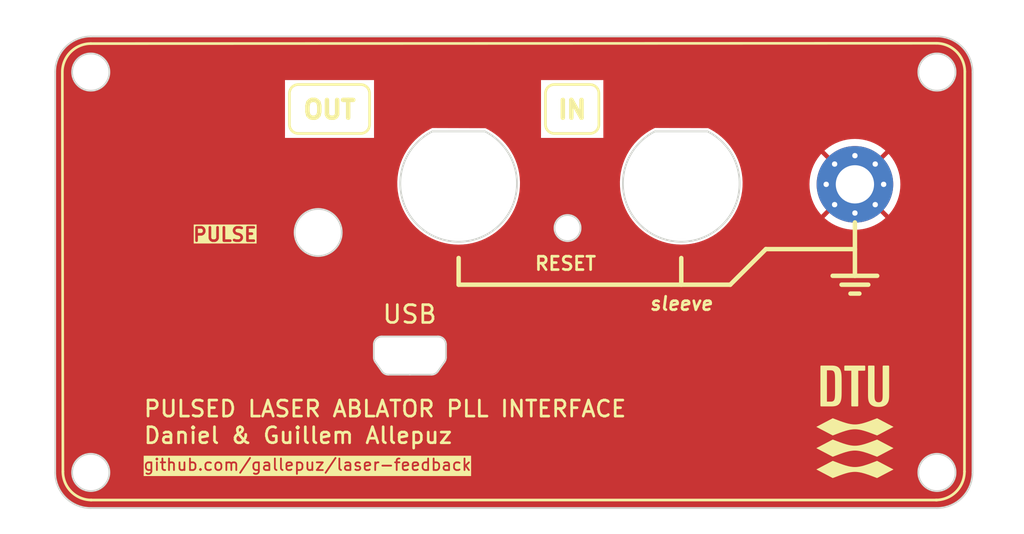
<source format=kicad_pcb>
(kicad_pcb (version 20221018) (generator pcbnew)
  (layers (0 "F.Cu" signal) (31 "B.Cu" signal) (34 "B.Paste" user) (35 "F.Paste" user) (36 "B.SilkS" user "B.Silkscreen") (37 "F.SilkS" user "F.Silkscreen") (38 "B.Mask" user) (39 "F.Mask" user) (44 "Edge.Cuts" user))
  (net 0 "")
  (net 1 "GNDREF")
  (footprint "MountingHole:MountingHole_4.3mm_M4_Pad_Via" (layer "F.Cu") (at 181 80.719581)
    (fp_text reference "J1" hide)
    (fp_text value "Conn_01x01_Pin" hide)
    (pad "1" thru_hole circle (at -3.225 0) (size 0.9 0.9) (drill 0.6) (layers "*.Cu" "*.Mask") (net 1 "GNDREF"))
    (pad "1" thru_hole circle (at -2.280419 -2.280419) (size 0.9 0.9) (drill 0.6) (layers "*.Cu" "*.Mask") (net 1 "GNDREF"))
    (pad "1" thru_hole circle (at -2.280419 2.280419) (size 0.9 0.9) (drill 0.6) (layers "*.Cu" "*.Mask") (net 1 "GNDREF"))
    (pad "1" thru_hole circle (at 0 -3.225) (size 0.9 0.9) (drill 0.6) (layers "*.Cu" "*.Mask") (net 1 "GNDREF"))
    (pad "1" thru_hole circle (at 0 0) (size 8.6 8.6) (drill 4.3) (layers "*.Cu" "*.Mask") (net 1 "GNDREF"))
    (pad "1" thru_hole circle (at 0 3.225) (size 0.9 0.9) (drill 0.6) (layers "*.Cu" "*.Mask") (net 1 "GNDREF"))
    (pad "1" thru_hole circle (at 2.280419 -2.280419) (size 0.9 0.9) (drill 0.6) (layers "*.Cu" "*.Mask") (net 1 "GNDREF"))
    (pad "1" thru_hole circle (at 2.280419 2.280419) (size 0.9 0.9) (drill 0.6) (layers "*.Cu" "*.Mask") (net 1 "GNDREF"))
    (pad "1" thru_hole circle (at 3.225 0) (size 0.9 0.9) (drill 0.6) (layers "*.Cu" "*.Mask") (net 1 "GNDREF"))
  )
  (gr_poly (pts (xy 178.454605 101.088346) (xy 178.532388 101.091939) (xy 178.606282 101.097946) (xy 178.676387 101.106382) (xy 178.742799 101.117263) (xy 178.805618 101.130605) (xy 178.864941 101.146422) (xy 178.920868 101.164731) (xy 178.947587 101.174825) (xy 178.973495 101.185547) (xy 178.998602 101.1969) (xy 179.022921 101.208885) (xy 179.046465 101.221505) (xy 179.069245 101.234761) (xy 179.091274 101.248655) (xy 179.112564 101.26319) (xy 179.133128 101.278367) (xy 179.152977 101.294187) (xy 179.172125 101.310654) (xy 179.190582 101.327769) (xy 179.208363 101.345534) (xy 179.225478 101.363951) (xy 179.24194 101.383021) (xy 179.257762 101.402747) (xy 179.300785 101.459634) (xy 179.338608 101.520836) (xy 179.371566 101.586459) (xy 179.399993 101.656607) (xy 179.424223 101.731386) (xy 179.444591 101.8109) (xy 179.461432 101.895256) (xy 179.47508 101.984556) (xy 179.48587 102.078907) (xy 179.494135 102.178414) (xy 179.504433 102.393314) (xy 179.508649 102.630096) (xy 179.509459 102.8896) (xy 179.509459 103.87676) (xy 179.508649 104.13631) (xy 179.504433 104.373098) (xy 179.500211 104.483223) (xy 179.494135 104.587978) (xy 179.48587 104.68747) (xy 179.47508 104.781804) (xy 179.461432 104.871087) (xy 179.444591 104.955427) (xy 179.424223 105.034929) (xy 179.399993 105.1097) (xy 179.371566 105.179848) (xy 179.355674 105.213221) (xy 179.338608 105.245478) (xy 179.320326 105.276632) (xy 179.300785 105.306697) (xy 179.279944 105.335686) (xy 179.257762 105.363612) (xy 179.225478 105.402439) (xy 179.190582 105.438643) (xy 179.152977 105.472241) (xy 179.112564 105.503248) (xy 179.069245 105.531681) (xy 179.022921 105.557556) (xy 178.973495 105.58089) (xy 178.920868 105.601698) (xy 178.864941 105.619997) (xy 178.805618 105.635804) (xy 178.742799 105.649134) (xy 178.676387 105.660004) (xy 178.606282 105.66843) (xy 178.532388 105.674428) (xy 178.454605 105.678016) (xy 178.372836 105.679208) (xy 177.222137 105.679208) (xy 177.21583 105.67909) (xy 177.209822 105.678741) (xy 177.204101 105.678169) (xy 177.198659 105.677382) (xy 177.193484 105.676387) (xy 177.188568 105.675193) (xy 177.1839 105.673808) (xy 177.179469 105.672239) (xy 177.175267 105.670494) (xy 177.171282 105.668582) (xy 177.167506 105.666509) (xy 177.163926 105.664284) (xy 177.160535 105.661914) (xy 177.157322 105.659409) (xy 177.154276 105.656774) (xy 177.151387 105.654019) (xy 177.148565 105.651098) (xy 177.145868 105.648024) (xy 177.143303 105.644786) (xy 177.14088 105.641376) (xy 177.138605 105.637781) (xy 177.136486 105.633994) (xy 177.134532 105.630003) (xy 177.132751 105.625798) (xy 177.131149 105.62137) (xy 177.129736 105.616708) (xy 177.128518 105.611802) (xy 177.127504 105.606643) (xy 177.126702 105.60122) (xy 177.126119 105.595524) (xy 177.125764 105.589543) (xy 177.125643 105.583269) (xy 177.125643 101.623886) (xy 177.85555 101.623886) (xy 177.85555 105.142289) (xy 178.261526 105.142289) (xy 178.29427 105.141938) (xy 178.325389 105.140845) (xy 178.354954 105.138951) (xy 178.383037 105.136194) (xy 178.409711 105.132515) (xy 178.435047 105.127853) (xy 178.459117 105.122149) (xy 178.481993 105.115341) (xy 178.503748 105.10737) (xy 178.514226 105.102929) (xy 178.524451 105.098175) (xy 178.534432 105.0931) (xy 178.544177 105.087697) (xy 178.553695 105.081957) (xy 178.562996 105.075874) (xy 178.572088 105.06944) (xy 178.580981 105.062647) (xy 178.589682 105.055489) (xy 178.598203 105.047956) (xy 178.60655 105.040043) (xy 178.614734 105.03174) (xy 178.630646 105.01394) (xy 178.653235 104.983289) (xy 178.673252 104.948759) (xy 178.690851 104.910115) (xy 178.706185 104.867124) (xy 178.719409 104.819553) (xy 178.730675 104.767167) (xy 178.740138 104.709734) (xy 178.747953 104.647019) (xy 178.759248 104.50481) (xy 178.765793 104.338673) (xy 178.768818 104.146738) (xy 178.769552 103.927137) (xy 178.769552 102.839223) (xy 178.768818 102.61966) (xy 178.765793 102.427713) (xy 178.763038 102.341518) (xy 178.759248 102.261534) (xy 178.754271 102.187529) (xy 178.747953 102.119272) (xy 178.740138 102.056533) (xy 178.730675 101.999079) (xy 178.719409 101.946681) (xy 178.706185 101.899106) (xy 178.690851 101.856124) (xy 178.682344 101.836282) (xy 178.673252 101.817503) (xy 178.663556 101.799756) (xy 178.653235 101.783012) (xy 178.642272 101.767244) (xy 178.630646 101.752421) (xy 178.614734 101.734618) (xy 178.598203 101.718396) (xy 178.580981 101.703696) (xy 178.562996 101.690457) (xy 178.544177 101.678621) (xy 178.524451 101.668126) (xy 178.503747 101.658915) (xy 178.481993 101.650927) (xy 178.459117 101.644102) (xy 178.435047 101.63838) (xy 178.409711 101.633703) (xy 178.383037 101.63001) (xy 178.354954 101.627241) (xy 178.325388 101.625337) (xy 178.29427 101.624239) (xy 178.261526 101.623886) (xy 177.85555 101.623886) (xy 177.125643 101.623886) (xy 177.125643 101.183831) (xy 177.125764 101.177463) (xy 177.126119 101.171409) (xy 177.126702 101.165655) (xy 177.127504 101.160191) (xy 177.128518 101.155003) (xy 177.129736 101.15008) (xy 177.131149 101.145409) (xy 177.132751 101.140978) (xy 177.134532 101.136776) (xy 177.136486 101.132788) (xy 177.138605 101.129005) (xy 177.14088 101.125412) (xy 177.143303 101.121999) (xy 177.145868 101.118752) (xy 177.148565 101.11566) (xy 177.151387 101.112711) (xy 177.154276 101.109921) (xy 177.157322 101.107252) (xy 177.160535 101.104713) (xy 177.163926 101.10231) (xy 177.167505 101.100053) (xy 177.171282 101.09795) (xy 177.175267 101.096008) (xy 177.179469 101.094236) (xy 177.1839 101.092642) (xy 177.188568 101.091235) (xy 177.193484 101.090021) (xy 177.198659 101.08901) (xy 177.204101 101.088209) (xy 177.209822 101.087627) (xy 177.21583 101.087272) (xy 177.222137 101.087152) (xy 178.372836 101.087152)) (fill solid) (layer "F.SilkS"))
  (gr_line (start 178.5 91) (end 183.5 91) (stroke (width 0.5)) (layer "F.SilkS"))
  (gr_line (start 167 92) (end 136.5 92) (stroke (width 0.5)) (layer "F.SilkS"))
  (gr_line (start 181 88) (end 171 88) (stroke (width 0.5)) (layer "F.SilkS"))
  (gr_line (start 161.5 92) (end 161.5 89) (stroke (width 0.5)) (layer "F.SilkS"))
  (gr_line (start 95.2 64.9) (end 190.137258 64.862742) (stroke (width 0.3)) (layer "F.SilkS"))
  (gr_line (start 181 85) (end 181 91) (stroke (width 0.5)) (layer "F.SilkS"))
  (gr_line (start 190.2 116.2) (end 95.2 116.2) (stroke (width 0.3)) (layer "F.SilkS"))
  (gr_poly (pts (arc (start 152.25 70.5) (mid 151.957107 69.792893) (end 151.25 69.5)) (arc (start 147.25 69.5) (mid 146.542893 69.792893) (end 146.25 70.5)) (arc (start 146.25 74) (mid 146.542893 74.707107) (end 147.25 75)) (arc (start 151.25 75) (mid 151.957107 74.707107) (end 152.25 74))) (stroke (width 0.3)) (fill none) (layer "F.SilkS"))
  (gr_poly (pts (xy 182.070156 101.087087) (xy 182.076154 101.087443) (xy 182.081859 101.088025) (xy 182.087284 101.088825) (xy 182.092442 101.089836) (xy 182.097343 101.09105) (xy 182.102001 101.092458) (xy 182.106427 101.094051) (xy 182.110635 101.095823) (xy 182.114635 101.097765) (xy 182.11844 101.099868) (xy 182.122063 101.102125) (xy 182.125516 101.104528) (xy 182.12881 101.107067) (xy 182.131958 101.109736) (xy 182.134973 101.112526) (xy 182.13773 101.115475) (xy 182.14037 101.118567) (xy 182.142885 101.121814) (xy 182.145266 101.125227) (xy 182.147505 101.12882) (xy 182.149594 101.132603) (xy 182.151523 101.13659) (xy 182.153285 101.140793) (xy 182.154872 101.145224) (xy 182.156274 101.149895) (xy 182.157483 101.154818) (xy 182.158491 101.160006) (xy 182.15929 101.16547) (xy 182.159872 101.171224) (xy 182.160226 101.177278) (xy 182.160346 101.183646) (xy 182.160346 101.571287) (xy 182.160224 101.577592) (xy 182.159864 101.583595) (xy 182.159275 101.589307) (xy 182.158465 101.594739) (xy 182.157446 101.599902) (xy 182.156225 101.604807) (xy 182.154812 101.609464) (xy 182.153216 101.613885) (xy 182.151446 101.61808) (xy 182.149512 101.62206) (xy 182.147423 101.625836) (xy 182.145188 101.629419) (xy 182.142816 101.63282) (xy 182.140317 101.636049) (xy 182.137699 101.639118) (xy 182.134973 101.642036) (xy 182.131958 101.644824) (xy 182.12881 101.647487) (xy 182.125516 101.650018) (xy 182.122063 101.652408) (xy 182.11844 101.654651) (xy 182.114635 101.656739) (xy 182.110635 101.658664) (xy 182.106427 101.660418) (xy 182.102001 101.661995) (xy 182.097343 101.663386) (xy 182.092442 101.664584) (xy 182.087284 101.665581) (xy 182.081859 101.66637) (xy 182.076154 101.666943) (xy 182.070156 101.667292) (xy 182.063853 101.66741) (xy 181.372841 101.66741) (xy 181.372841 105.583084) (xy 181.372725 105.589389) (xy 181.37238 105.595392) (xy 181.371815 105.601104) (xy 181.371035 105.606537) (xy 181.370046 105.6117) (xy 181.368856 105.616605) (xy 181.36747 105.621262) (xy 181.365895 105.625683) (xy 181.364138 105.629878) (xy 181.362206 105.633858) (xy 181.360103 105.637634) (xy 181.357839 105.641217) (xy 181.355418 105.644618) (xy 181.352847 105.647847) (xy 181.350133 105.650915) (xy 181.347282 105.653834) (xy 181.344365 105.656622) (xy 181.341302 105.659285) (xy 181.338081 105.661815) (xy 181.33469 105.664206) (xy 181.331119 105.666449) (xy 181.327354 105.668536) (xy 181.323385 105.670461) (xy 181.319199 105.672216) (xy 181.314786 105.673793) (xy 181.310133 105.675184) (xy 181.305229 105.676382) (xy 181.300062 105.677379) (xy 181.294621 105.678168) (xy 181.288893 105.67874) (xy 181.282867 105.67909) (xy 181.276532 105.679208) (xy 180.68831 105.679208) (xy 180.682005 105.67909) (xy 180.676002 105.67874) (xy 180.67029 105.678168) (xy 180.664858 105.677379) (xy 180.659695 105.676382) (xy 180.65479 105.675184) (xy 180.650133 105.673793) (xy 180.645712 105.672216) (xy 180.641517 105.670461) (xy 180.637537 105.668536) (xy 180.633761 105.666449) (xy 180.630178 105.664206) (xy 180.626777 105.661815) (xy 180.623548 105.659285) (xy 180.62048 105.656622) (xy 180.617561 105.653834) (xy 180.614745 105.650913) (xy 180.612065 105.647839) (xy 180.609528 105.644602) (xy 180.60714 105.641191) (xy 180.604907 105.637597) (xy 180.602836 105.633809) (xy 180.600932 105.629818) (xy 180.599202 105.625613) (xy 180.597652 105.621185) (xy 180.596289 105.616523) (xy 180.595118 105.611617) (xy 180.594146 105.606458) (xy 180.59338 105.601035) (xy 180.592824 105.595339) (xy 180.592487 105.589358) (xy 180.592373 105.583084) (xy 180.592373 101.66741) (xy 179.90136 101.66741) (xy 179.895025 101.667292) (xy 179.888999 101.666943) (xy 179.883269 101.66637) (xy 179.877824 101.665581) (xy 179.872652 101.664584) (xy 179.86774 101.663386) (xy 179.863075 101.661995) (xy 179.858647 101.660418) (xy 179.854442 101.658664) (xy 179.850448 101.656739) (xy 179.846653 101.654651) (xy 179.843046 101.652408) (xy 179.839613 101.650018) (xy 179.836342 101.647487) (xy 179.833222 101.644824) (xy 179.83024 101.642036) (xy 179.827418 101.639118) (xy 179.824721 101.636049) (xy 179.822156 101.63282) (xy 179.819733 101.629419) (xy 179.817458 101.625836) (xy 179.815339 101.62206) (xy 179.813385 101.61808) (xy 179.811604 101.613885) (xy 179.810002 101.609464) (xy 179.808589 101.604807) (xy 179.807371 101.599902) (xy 179.806357 101.594739) (xy 179.805555 101.589307) (xy 179.804972 101.583595) (xy 179.804617 101.577592) (xy 179.804497 101.571287) (xy 179.804497 101.183646) (xy 179.804617 101.177278) (xy 179.804972 101.171224) (xy 179.805555 101.16547) (xy 179.806357 101.160006) (xy 179.807371 101.154818) (xy 179.808589 101.149895) (xy 179.810002 101.145224) (xy 179.811604 101.140793) (xy 179.813385 101.13659) (xy 179.815339 101.132603) (xy 179.817458 101.12882) (xy 179.819733 101.125227) (xy 179.822156 101.121814) (xy 179.824721 101.118567) (xy 179.827418 101.115475) (xy 179.83024 101.112526) (xy 179.833192 101.109736) (xy 179.836289 101.107067) (xy 179.839544 101.104528) (xy 179.842968 101.102125) (xy 179.846571 101.099868) (xy 179.850367 101.097765) (xy 179.854365 101.095823) (xy 179.858577 101.094051) (xy 179.863015 101.092458) (xy 179.867691 101.09105) (xy 179.872615 101.089836) (xy 179.877798 101.088825) (xy 179.883253 101.088025) (xy 179.888991 101.087443) (xy 179.895023 101.087087) (xy 179.90136 101.086967) (xy 182.063853 101.086967)) (fill solid) (layer "F.SilkS"))
  (gr_line (start 92.062742 113) (end 92 68.2) (stroke (width 0.3)) (layer "F.SilkS"))
  (gr_poly (pts (xy 183.110876 101.087087) (xy 183.116907 101.087443) (xy 183.122644 101.088025) (xy 183.128098 101.088825) (xy 183.133279 101.089836) (xy 183.138198 101.09105) (xy 183.142868 101.092458) (xy 183.147298 101.094051) (xy 183.151501 101.095823) (xy 183.155487 101.097765) (xy 183.159267 101.099868) (xy 183.162853 101.102125) (xy 183.166255 101.104528) (xy 183.169485 101.107067) (xy 183.172554 101.109736) (xy 183.175473 101.112526) (xy 183.178293 101.115475) (xy 183.180985 101.118567) (xy 183.18354 101.121814) (xy 183.185952 101.125227) (xy 183.188213 101.12882) (xy 183.190316 101.132603) (xy 183.192253 101.13659) (xy 183.194017 101.140793) (xy 183.195602 101.145224) (xy 183.196998 101.149895) (xy 183.1982 101.154818) (xy 183.1992 101.160006) (xy 183.199991 101.16547) (xy 183.200564 101.171224) (xy 183.200914 101.177278) (xy 183.201032 101.183646) (xy 183.201032 104.431274) (xy 183.201415 104.495333) (xy 183.202604 104.555832) (xy 183.204658 104.612884) (xy 183.207636 104.666601) (xy 183.211597 104.717097) (xy 183.2166 104.764483) (xy 183.222705 104.808872) (xy 183.229971 104.850377) (xy 183.238456 104.88911) (xy 183.24822 104.925185) (xy 183.259323 104.958713) (xy 183.271822 104.989807) (xy 183.285778 105.01858) (xy 183.301249 105.045144) (xy 183.309572 105.057633) (xy 183.318295 105.069612) (xy 183.327427 105.081095) (xy 183.336975 105.092097) (xy 183.351816 105.107577) (xy 183.367244 105.12194) (xy 183.38327 105.135203) (xy 183.399905 105.147382) (xy 183.417158 105.158492) (xy 183.43504 105.168552) (xy 183.453562 105.177576) (xy 183.472732 105.185581) (xy 183.492563 105.192583) (xy 183.513064 105.198599) (xy 183.534245 105.203645) (xy 183.556117 105.207736) (xy 183.578689 105.21089) (xy 183.601974 105.213123) (xy 183.62598 105.214451) (xy 183.650718 105.21489) (xy 183.678033 105.214419) (xy 183.704359 105.213003) (xy 183.729714 105.210641) (xy 183.754116 105.207331) (xy 183.777582 105.20307) (xy 183.800131 105.197857) (xy 183.82178 105.191688) (xy 183.842547 105.184562) (xy 183.862451 105.176477) (xy 183.881508 105.167431) (xy 183.899738 105.15742) (xy 183.917157 105.146444) (xy 183.933784 105.1345) (xy 183.949637 105.121586) (xy 183.964734 105.107699) (xy 183.979092 105.092838) (xy 183.998807 105.069202) (xy 184.016618 105.04359) (xy 184.03261 105.01592) (xy 184.046872 104.986109) (xy 184.059492 104.954074) (xy 184.070555 104.919734) (xy 184.080151 104.883004) (xy 184.088365 104.843802) (xy 184.095286 104.802046) (xy 184.101 104.757652) (xy 184.105596 104.710539) (xy 184.10916 104.660622) (xy 184.113544 104.55205) (xy 184.114849 104.431274) (xy 184.114849 101.183646) (xy 184.114974 101.177278) (xy 184.11534 101.171224) (xy 184.11594 101.16547) (xy 184.116762 101.160006) (xy 184.117799 101.154818) (xy 184.11904 101.149895) (xy 184.120475 101.145224) (xy 184.122096 101.140793) (xy 184.123893 101.13659) (xy 184.125856 101.132603) (xy 184.127975 101.12882) (xy 184.130242 101.125227) (xy 184.132647 101.121814) (xy 184.13518 101.118567) (xy 184.137832 101.115475) (xy 184.140594 101.112526) (xy 184.143513 101.109736) (xy 184.146581 101.107067) (xy 184.149811 101.104528) (xy 184.153211 101.102125) (xy 184.156794 101.099868) (xy 184.160571 101.097765) (xy 184.164551 101.095823) (xy 184.168746 101.094051) (xy 184.173167 101.092458) (xy 184.177824 101.09105) (xy 184.182729 101.089836) (xy 184.187892 101.088825) (xy 184.193324 101.088025) (xy 184.199036 101.087443) (xy 184.205039 101.087087) (xy 184.211344 101.086967) (xy 184.749374 101.086967) (xy 184.755648 101.087087) (xy 184.761627 101.087443) (xy 184.767321 101.088025) (xy 184.772739 101.088825) (xy 184.77789 101.089836) (xy 184.782783 101.09105) (xy 184.787427 101.092458) (xy 184.791833 101.094051) (xy 184.796008 101.095823) (xy 184.799962 101.097765) (xy 184.803705 101.099868) (xy 184.807245 101.102125) (xy 184.810593 101.104528) (xy 184.813756 101.107067) (xy 184.816744 101.109736) (xy 184.819567 101.112526) (xy 184.822424 101.115475) (xy 184.825156 101.118567) (xy 184.827755 101.121814) (xy 184.830211 101.125227) (xy 184.832518 101.12882) (xy 184.834667 101.132603) (xy 184.83665 101.13659) (xy 184.838459 101.140793) (xy 184.840085 101.145224) (xy 184.841521 101.149895) (xy 184.842759 101.154818) (xy 184.843789 101.160006) (xy 184.844605 101.16547) (xy 184.845198 101.171224) (xy 184.845559 101.177278) (xy 184.845682 101.183646) (xy 184.845682 104.432385) (xy 184.845048 104.513049) (xy 184.843042 104.590397) (xy 184.839509 104.664577) (xy 184.834291 104.735736) (xy 184.827233 104.804023) (xy 184.818178 104.869585) (xy 184.80697 104.93257) (xy 184.793453 104.993127) (xy 184.77747 105.051402) (xy 184.758866 105.107544) (xy 184.737483 105.1617) (xy 184.713165 105.214019) (xy 184.685758 105.264649) (xy 184.655103 105.313736) (xy 184.621045 105.36143) (xy 184.583427 105.407878) (xy 184.548487 105.445912) (xy 184.510849 105.481849) (xy 184.470442 105.515639) (xy 184.427195 105.547232) (xy 184.381037 105.576581) (xy 184.331895 105.603635) (xy 184.279699 105.628345) (xy 184.224378 105.650663) (xy 184.165859 105.670539) (xy 184.104072 105.687924) (xy 184.038945 105.702769) (xy 183.970408 105.715025) (xy 183.898387 105.724644) (xy 183.822813 105.731574) (xy 183.743614 105.735769) (xy 183.660719 105.737178) (xy 183.578562 105.735846) (xy 183.499909 105.731864) (xy 183.42468 105.72525) (xy 183.352798 105.716024) (xy 183.284185 105.704204) (xy 183.218763 105.689809) (xy 183.156452 105.672858) (xy 183.097176 105.653371) (xy 183.040857 105.631366) (xy 182.987415 105.606863) (xy 182.936772 105.57988) (xy 182.888852 105.550436) (xy 182.843575 105.51855) (xy 182.800864 105.484242) (xy 182.76064 105.44753) (xy 182.722825 105.408433) (xy 182.689014 105.368668) (xy 182.658021 105.326658) (xy 182.629756 105.282279) (xy 182.604132 105.235405) (xy 182.581062 105.18591) (xy 182.560457 105.133669) (xy 182.542231 105.078556) (xy 182.526295 105.020445) (xy 182.512563 104.959211) (xy 182.500945 104.894728) (xy 182.491356 104.82687) (xy 182.483706 104.755513) (xy 182.477909 104.68053) (xy 182.473877 104.601795) (xy 182.471522 104.519184) (xy 182.470756 104.43257) (xy 182.470756 101.183646) (xy 182.47087 101.177278) (xy 182.471208 101.171224) (xy 182.471763 101.16547) (xy 182.47253 101.160006) (xy 182.473502 101.154818) (xy 182.474673 101.149895) (xy 182.476036 101.145224) (xy 182.477586 101.140793) (xy 182.479316 101.13659) (xy 182.481219 101.132603) (xy 182.483291 101.12882) (xy 182.485523 101.125227) (xy 182.487911 101.121814) (xy 182.490448 101.118567) (xy 182.493128 101.115475) (xy 182.495944 101.112526) (xy 182.498893 101.109736) (xy 182.501985 101.107067) (xy 182.505232 101.104528) (xy 182.508645 101.102125) (xy 182.512238 101.099868) (xy 182.516021 101.097765) (xy 182.520009 101.095823) (xy 182.524211 101.094051) (xy 182.528642 101.092458) (xy 182.533313 101.09105) (xy 182.538236 101.089836) (xy 182.543424 101.088825) (xy 182.548888 101.088025) (xy 182.554642 101.087443) (xy 182.560696 101.087087) (xy 182.567064 101.086967) (xy 183.104538 101.086967)) (fill solid) (layer "F.SilkS"))
  (gr_arc (start 193.3 113) (mid 192.362742 115.262742) (end 190.1 116.2) (stroke (width 0.3)) (layer "F.SilkS"))
  (gr_arc (start 95.262742 116.2) (mid 93 115.262742) (end 92.062742 113) (stroke (width 0.3)) (layer "F.SilkS"))
  (gr_line (start 171 88) (end 167 92) (stroke (width 0.5)) (layer "F.SilkS"))
  (gr_line (start 136.5 92) (end 136.5 89) (stroke (width 0.5)) (layer "F.SilkS"))
  (gr_line (start 180.5 93) (end 181.5 93) (stroke (width 0.5)) (layer "F.SilkS"))
  (gr_arc (start 92 68.1) (mid 92.937258 65.837258) (end 95.2 64.9) (stroke (width 0.3)) (layer "F.SilkS"))
  (gr_line (start 179.5 92) (end 182.5 92) (stroke (width 0.5)) (layer "F.SilkS"))
  (gr_poly (pts (xy 185.33278 107.977457) (xy 183.488105 108.945541) (xy 182.68617 108.640651) (xy 182.346096 108.520872) (xy 182.038071 108.422872) (xy 181.755687 108.346649) (xy 181.492533 108.292204) (xy 181.242201 108.259538) (xy 181.119839 108.251371) (xy 180.99828 108.248649) (xy 180.876721 108.251371) (xy 180.754361 108.259538) (xy 180.504035 108.292204) (xy 180.240892 108.346649) (xy 179.958523 108.422872) (xy 179.650518 108.520872) (xy 179.310468 108.640651) (xy 178.508593 108.945541) (xy 176.663919 107.977457) (xy 178.508593 107.008633) (xy 179.310407 107.313645) (xy 179.650433 107.433471) (xy 179.958419 107.531511) (xy 180.240773 107.607764) (xy 180.503904 107.66223) (xy 180.754224 107.69491) (xy 180.876582 107.70308) (xy 180.99814 107.705803) (xy 181.119701 107.70308) (xy 181.242063 107.69491) (xy 181.492402 107.66223) (xy 181.755567 107.607764) (xy 182.037966 107.531511) (xy 182.34601 107.433471) (xy 182.686108 107.313645) (xy 183.488104 107.008633)) (fill solid) (layer "F.SilkS"))
  (gr_poly (pts (xy 185.332964 110.370906) (xy 183.48829 111.33899) (xy 182.686295 111.034099) (xy 182.346197 110.914321) (xy 182.038153 110.81632) (xy 181.755753 110.740098) (xy 181.492588 110.685653) (xy 181.242249 110.652986) (xy 181.119886 110.64482) (xy 180.998326 110.642097) (xy 180.876768 110.64482) (xy 180.75441 110.652986) (xy 180.50409 110.685653) (xy 180.240958 110.740098) (xy 179.958604 110.81632) (xy 179.650619 110.914321) (xy 179.310593 111.034099) (xy 178.508779 111.33899) (xy 176.664104 110.370906) (xy 178.508779 109.402266) (xy 179.310593 109.707217) (xy 179.650619 109.827019) (xy 179.958604 109.925039) (xy 180.240958 110.001277) (xy 180.50409 110.055732) (xy 180.75441 110.088406) (xy 180.876768 110.096574) (xy 180.998326 110.099297) (xy 181.119886 110.096574) (xy 181.242249 110.088406) (xy 181.492588 110.055732) (xy 181.755753 110.001277) (xy 182.038152 109.925039) (xy 182.346196 109.827019) (xy 182.686294 109.707217) (xy 183.48829 109.402266)) (fill solid) (layer "F.SilkS"))
  (gr_poly (pts (xy 185.332964 112.764167) (xy 183.48829 113.732622) (xy 182.686295 113.427731) (xy 182.346197 113.307953) (xy 182.038153 113.209952) (xy 181.755753 113.133729) (xy 181.492588 113.079285) (xy 181.242249 113.046618) (xy 181.119886 113.038451) (xy 180.998326 113.035729) (xy 180.876768 113.038451) (xy 180.75441 113.046618) (xy 180.50409 113.079285) (xy 180.240958 113.133729) (xy 179.958604 113.209952) (xy 179.650619 113.307953) (xy 179.310593 113.427731) (xy 178.508779 113.732622) (xy 176.664104 112.764167) (xy 178.508779 111.796083) (xy 179.310593 112.100974) (xy 179.650619 112.220752) (xy 179.958604 112.318752) (xy 180.240958 112.394975) (xy 180.50409 112.44942) (xy 180.75441 112.482086) (xy 180.876768 112.490253) (xy 180.998326 112.492975) (xy 181.119886 112.490253) (xy 181.242249 112.482086) (xy 181.492588 112.44942) (xy 181.755753 112.394975) (xy 182.038152 112.318752) (xy 182.346196 112.220752) (xy 182.686294 112.100974) (xy 183.48829 111.796083)) (fill solid) (layer "F.SilkS"))
  (gr_line (start 193.337258 68.062742) (end 193.3 113) (stroke (width 0.3)) (layer "F.SilkS"))
  (gr_poly (pts (arc (start 118.5 69.5) (mid 117.792893 69.792893) (end 117.5 70.5)) (arc (start 117.5 74) (mid 117.792893 74.707107) (end 118.5 75)) (arc (start 125.5 75) (mid 126.207107 74.707107) (end 126.5 74)) (arc (start 126.5 70.5) (mid 126.207107 69.792893) (end 125.5 69.5))) (stroke (width 0.3)) (fill none) (layer "F.SilkS"))
  (gr_arc (start 190.137258 64.862742) (mid 192.4 65.8) (end 193.337258 68.062742) (stroke (width 0.3)) (layer "F.SilkS"))
  (gr_line (start 194.2 113.1) (end 194.2 68.1) (stroke (width 0.2)) (layer "Edge.Cuts"))
  (gr_line (start 158.553715 74.770119) (end 164.446009 74.770119) (stroke (width 0.2)) (layer "Edge.Cuts"))
  (gr_arc (start 95.2 117.1) (mid 92.371573 115.928427) (end 91.2 113.1) (stroke (width 0.2)) (layer "Edge.Cuts"))
  (gr_line (start 95.2 117.1) (end 190.2 117.1) (stroke (width 0.2)) (layer "Edge.Cuts"))
  (gr_arc (start 134.17829 101.733572) (mid 133.857004 102.013973) (end 133.442706 102.115) (stroke (width 0.2)) (layer "Edge.Cuts"))
  (gr_arc (start 139.446009 74.770119) (mid 136.499862 87.170138) (end 133.553715 74.770119) (stroke (width 0.2)) (layer "Edge.Cuts"))
  (gr_line (start 135.077901 98.715) (end 135.077901 100.172143) (stroke (width 0.2)) (layer "Edge.Cuts"))
  (gr_line (start 133.553715 74.770119) (end 139.446009 74.770119) (stroke (width 0.2)) (layer "Edge.Cuts"))
  (gr_circle (center 148.729549 85.63) (end 150.199549 85.63) (stroke (width 0.2)) (fill none) (layer "Edge.Cuts"))
  (gr_circle (center 190.21 68.1) (end 192.3055 68.1) (stroke (width 0.2)) (fill none) (layer "Edge.Cuts"))
  (gr_line (start 127.877901 97.815) (end 134.177901 97.815) (stroke (width 0.2)) (layer "Edge.Cuts"))
  (gr_circle (center 95.19 68.1) (end 97.2855 68.1) (stroke (width 0.2)) (fill none) (layer "Edge.Cuts"))
  (gr_circle (center 95.19 113.1) (end 97.2855 113.1) (stroke (width 0.2)) (fill none) (layer "Edge.Cuts"))
  (gr_line (start 134.913484 100.690715) (end 134.17829 101.733572) (stroke (width 0.2)) (layer "Edge.Cuts"))
  (gr_circle (center 120.73 86.13) (end 123.38 86.13) (stroke (width 0.2)) (fill none) (layer "Edge.Cuts"))
  (gr_arc (start 135.077901 100.172143) (mid 135.035812 100.444149) (end 134.913484 100.690715) (stroke (width 0.2)) (layer "Edge.Cuts"))
  (gr_line (start 133.442706 102.115) (end 131.032901 102.115) (stroke (width 0.2)) (layer "Edge.Cuts"))
  (gr_arc (start 126.977901 98.715) (mid 127.241505 98.078604) (end 127.877901 97.815) (stroke (width 0.2)) (layer "Edge.Cuts"))
  (gr_arc (start 91.2 68.1) (mid 92.371573 65.271573) (end 95.2 64.1) (stroke (width 0.2)) (layer "Edge.Cuts"))
  (gr_line (start 190.2 64.1) (end 95.2 64.1) (stroke (width 0.2)) (layer "Edge.Cuts"))
  (gr_line (start 91.2 68.1) (end 91.2 113.1) (stroke (width 0.2)) (layer "Edge.Cuts"))
  (gr_line (start 131.032901 102.115) (end 131.022901 102.115) (stroke (width 0.2)) (layer "Edge.Cuts"))
  (gr_line (start 126.977901 100.172143) (end 126.977901 98.715) (stroke (width 0.2)) (layer "Edge.Cuts"))
  (gr_arc (start 190.2 64.1) (mid 193.028427 65.271573) (end 194.2 68.1) (stroke (width 0.2)) (layer "Edge.Cuts"))
  (gr_line (start 131.022901 102.115) (end 128.613095 102.115) (stroke (width 0.2)) (layer "Edge.Cuts"))
  (gr_arc (start 164.446009 74.770119) (mid 161.499862 87.170138) (end 158.553715 74.770119) (stroke (width 0.2)) (layer "Edge.Cuts"))
  (gr_arc (start 194.2 113.1) (mid 193.028427 115.928427) (end 190.2 117.1) (stroke (width 0.2)) (layer "Edge.Cuts"))
  (gr_arc (start 134.177901 97.815) (mid 134.814297 98.078604) (end 135.077901 98.715) (stroke (width 0.2)) (layer "Edge.Cuts"))
  (gr_arc (start 127.142317 100.690715) (mid 127.019989 100.444149) (end 126.977901 100.172143) (stroke (width 0.2)) (layer "Edge.Cuts"))
  (gr_arc (start 128.613095 102.115) (mid 128.198798 102.013973) (end 127.877512 101.733572) (stroke (width 0.2)) (layer "Edge.Cuts"))
  (gr_line (start 127.877512 101.733572) (end 127.142317 100.690715) (stroke (width 0.2)) (layer "Edge.Cuts"))
  (gr_circle (center 190.21 113.1) (end 192.3055 113.1) (stroke (width 0.2)) (fill none) (layer "Edge.Cuts"))
  (gr_text "Daniel & Guillem Allepuz" (at 101 110) (layer "F.SilkS") (effects (font (size 1.8 1.8) (thickness 0.3) bold) (justify left bottom)))
  (gr_text "OUT" (at 122 73.5) (layer "F.SilkS") (effects (font (size 2 2) (thickness 0.5) bold) (justify bottom)))
  (gr_text "USB" (at 131 96.5) (layer "F.SilkS") (effects (font (size 2 2) (thickness 0.3)) (justify bottom)))
  (gr_text "RESET" (at 148.5 90.5) (layer "F.SilkS") (effects (font (size 1.5 1.5) (thickness 0.3)) (justify bottom)))
  (gr_text "PULSED LASER ABLATOR PLL INTERFACE" (at 101 107) (layer "F.SilkS") (effects (font (size 1.8 1.8) (thickness 0.3) bold) (justify left bottom)))
  (gr_text "PULSE" (at 110.25 87.25) (layer "F.SilkS" knockout) (effects (font (size 1.5 1.5) (thickness 0.3)) (justify bottom)))
  (gr_text "sleeve" (at 161.5 95) (layer "F.SilkS") (effects (font (size 1.5 1.5) (thickness 0.3) italic) (justify bottom)))
  (gr_text "github.com/gallepuz/laser-feedback" (at 101 113) (layer "F.SilkS" knockout) (effects (font (size 1.3 1.3) (thickness 0.2)) (justify left bottom)))
  (gr_text "IN" (at 149.25 73.5) (layer "F.SilkS") (effects (font (size 2 2) (thickness 0.5) bold) (justify bottom)))
  (zone (net 1) (net_name "GNDREF") (layer "F.Cu") (connect_pads (clearance 0.5)) (min_thickness 0.25) (fill yes (thermal_gap 0.8) (thermal_bridge_width 0.5) (smoothing fillet) (island_removal_mode 1) (island_area_min 10))
    (polygon (pts (xy 85 60) (xy 200 60) (xy 200 120) (xy 85 120)))
  )
  (zone (net 0) (net_name "") (layer "F.Cu") (connect_pads (clearance 0)) (min_thickness 0.25)
    (keepout (tracks allowed) (vias allowed) (pads allowed) (copperpour not_allowed) (footprints allowed))
    (fill (thermal_gap 0.8) (thermal_bridge_width 0.5) (island_removal_mode 1) (island_area_min 10))
    (polygon (pts (xy 158.538759 74.381395) (xy 158.303796 74.495935) (xy 157.85021 74.755827) (xy 157.417633 75.04936) (xy 157.008555 75.374844) (xy 156.625332 75.730406) (xy 156.270169 76.113999) (xy 155.945111 76.523416) (xy 155.652029 76.956298) (xy 155.392609 77.410155) (xy 155.168346 77.882374) (xy 154.98053 78.370236) (xy 154.830243 78.870933) (xy 154.718349 79.381584) (xy 154.645492 79.899249) (xy 154.612092 80.420947) (xy 154.618342 80.943675) (xy 154.664205 81.464426) (xy 154.749416 81.9802) (xy 154.873487 82.48803) (xy 155.035702 82.984992) (xy 155.235128 83.468224) (xy 155.470617 83.934946) (xy 155.740812 84.382471) (xy 156.04416 84.808223) (xy 156.378914 85.209751) (xy 156.743146 85.584744) (xy 157.13476 85.931042) (xy 157.551502 86.246653) (xy 157.990973 86.529761) (xy 158.450643 86.778734) (xy 158.927867 86.992141) (xy 159.419896 87.168752) (xy 159.923899 87.307551) (xy 160.436975 87.407739) (xy 160.95617 87.468739) (xy 161.478495 87.490201) (xy 162.000945 87.472) (xy 162.52051 87.414242) (xy 163.034201 87.317258) (xy 163.539061 87.181608) (xy 164.032184 87.008071) (xy 164.51073 86.797648) (xy 164.971945 86.551549) (xy 165.413175 86.27119) (xy 165.831879 85.958186) (xy 166.225647 85.614339) (xy 166.592213 85.241627) (xy 166.929466 84.842197) (xy 167.235465 84.418347) (xy 167.508449 83.972517) (xy 167.746846 83.507274) (xy 167.949285 83.025295) (xy 168.114599 82.529356) (xy 168.241837 82.022311) (xy 168.330267 81.507078) (xy 168.379379 80.986624) (xy 168.388891 80.463944) (xy 168.358748 79.942048) (xy 168.289125 79.423939) (xy 168.18042 78.9126) (xy 168.033261 78.410974) (xy 167.848494 77.921949) (xy 167.627183 77.448339) (xy 167.370601 76.992872) (xy 167.080227 76.558169) (xy 166.75773 76.146731) (xy 166.404969 75.760929) (xy 166.023973 75.402981) (xy 165.616935 75.07495) (xy 165.186198 74.778722) (xy 164.734243 74.516004) (xy 164.5 74.4)))
  )
  (zone (net 0) (net_name "") (layer "F.Cu") (connect_pads (clearance 0)) (min_thickness 0.25)
    (keepout (tracks allowed) (vias allowed) (pads allowed) (copperpour not_allowed) (footprints allowed))
    (fill (thermal_gap 0.5) (thermal_bridge_width 0.5))
    (polygon (pts (xy 145.75 69) (xy 152.75 69) (xy 152.75 75.5) (xy 145.75 75.5)))
  )
  (zone (net 0) (net_name "") (layer "F.Cu") (connect_pads (clearance 0)) (min_thickness 0.25)
    (keepout (tracks allowed) (vias allowed) (pads allowed) (copperpour not_allowed) (footprints allowed))
    (fill (thermal_gap 0.8) (thermal_bridge_width 0.5) (island_removal_mode 1) (island_area_min 10))
    (polygon (pts (xy 133.538738 74.388261) (xy 133.303775 74.502801) (xy 132.850189 74.762693) (xy 132.417612 75.056226) (xy 132.008534 75.38171) (xy 131.625311 75.737272) (xy 131.270148 76.120865) (xy 130.94509 76.530282) (xy 130.652008 76.963164) (xy 130.392588 77.417021) (xy 130.168325 77.88924) (xy 129.980509 78.377102) (xy 129.830222 78.877799) (xy 129.718328 79.38845) (xy 129.645471 79.906115) (xy 129.612071 80.427813) (xy 129.618321 80.950541) (xy 129.664184 81.471292) (xy 129.749395 81.987066) (xy 129.873466 82.494896) (xy 130.035681 82.991858) (xy 130.235107 83.47509) (xy 130.470596 83.941812) (xy 130.740791 84.389337) (xy 131.044139 84.815089) (xy 131.378893 85.216617) (xy 131.743125 85.59161) (xy 132.134739 85.937908) (xy 132.551481 86.253519) (xy 132.990952 86.536627) (xy 133.450622 86.7856) (xy 133.927846 86.999007) (xy 134.419875 87.175618) (xy 134.923878 87.314417) (xy 135.436954 87.414605) (xy 135.956149 87.475605) (xy 136.478474 87.497067) (xy 137.000924 87.478866) (xy 137.520489 87.421108) (xy 138.03418 87.324124) (xy 138.53904 87.188474) (xy 139.032163 87.014937) (xy 139.510709 86.804514) (xy 139.971924 86.558415) (xy 140.413154 86.278056) (xy 140.831858 85.965052) (xy 141.225626 85.621205) (xy 141.592192 85.248493) (xy 141.929445 84.849063) (xy 142.235444 84.425213) (xy 142.508428 83.979383) (xy 142.746825 83.51414) (xy 142.949264 83.032161) (xy 143.114578 82.536222) (xy 143.241816 82.029177) (xy 143.330246 81.513944) (xy 143.379358 80.99349) (xy 143.38887 80.47081) (xy 143.358727 79.948914) (xy 143.289104 79.430805) (xy 143.180399 78.919466) (xy 143.03324 78.41784) (xy 142.848473 77.928815) (xy 142.627162 77.455205) (xy 142.37058 76.999738) (xy 142.080206 76.565035) (xy 141.757709 76.153597) (xy 141.404948 75.767795) (xy 141.023952 75.409847) (xy 140.616914 75.081816) (xy 140.186177 74.785588) (xy 139.734222 74.52287) (xy 139.499979 74.406866)))
  )
  (zone (net 0) (net_name "") (layer "F.Cu") (connect_pads (clearance 0)) (min_thickness 0.25)
    (keepout (tracks allowed) (vias allowed) (pads allowed) (copperpour not_allowed) (footprints allowed))
    (fill (thermal_gap 0.5) (thermal_bridge_width 0.5))
    (polygon (pts (xy 117 69) (xy 127 69) (xy 127 75.5) (xy 117 75.5)))
  )
)
</source>
